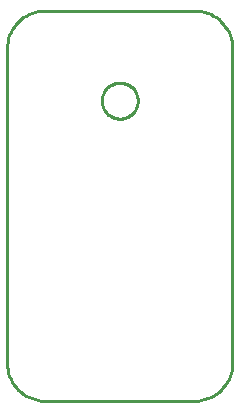
<source format=gbr>
G04 EAGLE Gerber RS-274X export*
G75*
%MOMM*%
%FSLAX34Y34*%
%LPD*%
%IN*%
%IPPOS*%
%AMOC8*
5,1,8,0,0,1.08239X$1,22.5*%
G01*
%ADD10C,0.254000*%


D10*
X0Y31750D02*
X121Y28983D01*
X482Y26237D01*
X1082Y23533D01*
X1915Y20891D01*
X2975Y18332D01*
X4254Y15875D01*
X5742Y13539D01*
X7428Y11342D01*
X9299Y9299D01*
X11342Y7428D01*
X13539Y5742D01*
X15875Y4254D01*
X18332Y2975D01*
X20891Y1915D01*
X23533Y1082D01*
X26237Y482D01*
X28983Y121D01*
X31750Y0D01*
X158750Y0D01*
X161517Y121D01*
X164263Y482D01*
X166968Y1082D01*
X169609Y1915D01*
X172168Y2975D01*
X174625Y4254D01*
X176961Y5742D01*
X179159Y7428D01*
X181201Y9299D01*
X183072Y11342D01*
X184758Y13539D01*
X186246Y15875D01*
X187525Y18332D01*
X188585Y20891D01*
X189418Y23533D01*
X190018Y26237D01*
X190379Y28983D01*
X190500Y31750D01*
X190500Y298450D01*
X190379Y301217D01*
X190018Y303963D01*
X189418Y306668D01*
X188585Y309309D01*
X187525Y311868D01*
X186246Y314325D01*
X184758Y316661D01*
X183072Y318859D01*
X181201Y320901D01*
X179159Y322772D01*
X176961Y324458D01*
X174625Y325946D01*
X172168Y327225D01*
X169609Y328285D01*
X166968Y329118D01*
X164263Y329718D01*
X161517Y330079D01*
X158750Y330200D01*
X31750Y330200D01*
X28983Y330079D01*
X26237Y329718D01*
X23533Y329118D01*
X20891Y328285D01*
X18332Y327225D01*
X15875Y325946D01*
X13539Y324458D01*
X11342Y322772D01*
X9299Y320901D01*
X7428Y318859D01*
X5742Y316661D01*
X4254Y314325D01*
X2975Y311868D01*
X1915Y309309D01*
X1082Y306668D01*
X482Y303963D01*
X121Y301217D01*
X0Y298450D01*
X0Y31750D01*
X110490Y253456D02*
X110412Y252370D01*
X110257Y251292D01*
X110026Y250229D01*
X109719Y249184D01*
X109339Y248164D01*
X108887Y247174D01*
X108365Y246219D01*
X107776Y245303D01*
X107124Y244431D01*
X106411Y243609D01*
X105641Y242839D01*
X104819Y242126D01*
X103947Y241474D01*
X103031Y240885D01*
X102076Y240363D01*
X101086Y239911D01*
X100066Y239531D01*
X99021Y239224D01*
X97958Y238993D01*
X96880Y238838D01*
X95794Y238760D01*
X94706Y238760D01*
X93620Y238838D01*
X92542Y238993D01*
X91479Y239224D01*
X90434Y239531D01*
X89414Y239911D01*
X88424Y240363D01*
X87469Y240885D01*
X86553Y241474D01*
X85681Y242126D01*
X84859Y242839D01*
X84089Y243609D01*
X83376Y244431D01*
X82724Y245303D01*
X82135Y246219D01*
X81613Y247174D01*
X81161Y248164D01*
X80781Y249184D01*
X80474Y250229D01*
X80243Y251292D01*
X80088Y252370D01*
X80010Y253456D01*
X80010Y254544D01*
X80088Y255630D01*
X80243Y256708D01*
X80474Y257771D01*
X80781Y258816D01*
X81161Y259836D01*
X81613Y260826D01*
X82135Y261781D01*
X82724Y262697D01*
X83376Y263569D01*
X84089Y264391D01*
X84859Y265161D01*
X85681Y265874D01*
X86553Y266526D01*
X87469Y267115D01*
X88424Y267637D01*
X89414Y268089D01*
X90434Y268469D01*
X91479Y268776D01*
X92542Y269007D01*
X93620Y269162D01*
X94706Y269240D01*
X95794Y269240D01*
X96880Y269162D01*
X97958Y269007D01*
X99021Y268776D01*
X100066Y268469D01*
X101086Y268089D01*
X102076Y267637D01*
X103031Y267115D01*
X103947Y266526D01*
X104819Y265874D01*
X105641Y265161D01*
X106411Y264391D01*
X107124Y263569D01*
X107776Y262697D01*
X108365Y261781D01*
X108887Y260826D01*
X109339Y259836D01*
X109719Y258816D01*
X110026Y257771D01*
X110257Y256708D01*
X110412Y255630D01*
X110490Y254544D01*
X110490Y253456D01*
M02*

</source>
